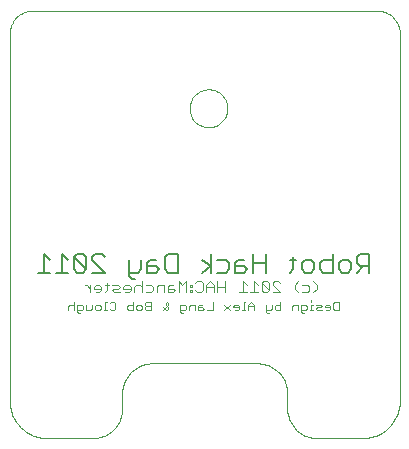
<source format=gbo>
G75*
G70*
%OFA0B0*%
%FSLAX24Y24*%
%IPPOS*%
%LPD*%
%AMOC8*
5,1,8,0,0,1.08239X$1,22.5*
%
%ADD10C,0.0000*%
%ADD11C,0.0030*%
%ADD12C,0.0050*%
D10*
X005161Y006163D02*
X006661Y006163D01*
X006721Y006165D01*
X006782Y006170D01*
X006841Y006179D01*
X006900Y006192D01*
X006959Y006208D01*
X007016Y006228D01*
X007071Y006251D01*
X007126Y006278D01*
X007178Y006307D01*
X007229Y006340D01*
X007278Y006376D01*
X007324Y006414D01*
X007368Y006456D01*
X007410Y006500D01*
X007448Y006546D01*
X007484Y006595D01*
X007517Y006646D01*
X007546Y006698D01*
X007573Y006753D01*
X007596Y006808D01*
X007616Y006865D01*
X007632Y006924D01*
X007645Y006983D01*
X007654Y007042D01*
X007659Y007103D01*
X007661Y007163D01*
X007661Y007663D01*
X007663Y007723D01*
X007668Y007784D01*
X007677Y007843D01*
X007690Y007902D01*
X007706Y007961D01*
X007726Y008018D01*
X007749Y008073D01*
X007776Y008128D01*
X007805Y008180D01*
X007838Y008231D01*
X007874Y008280D01*
X007912Y008326D01*
X007954Y008370D01*
X007998Y008412D01*
X008044Y008450D01*
X008093Y008486D01*
X008144Y008519D01*
X008196Y008548D01*
X008251Y008575D01*
X008306Y008598D01*
X008363Y008618D01*
X008422Y008634D01*
X008481Y008647D01*
X008540Y008656D01*
X008601Y008661D01*
X008661Y008663D01*
X012161Y008663D01*
X012221Y008661D01*
X012282Y008656D01*
X012341Y008647D01*
X012400Y008634D01*
X012459Y008618D01*
X012516Y008598D01*
X012571Y008575D01*
X012626Y008548D01*
X012678Y008519D01*
X012729Y008486D01*
X012778Y008450D01*
X012824Y008412D01*
X012868Y008370D01*
X012910Y008326D01*
X012948Y008280D01*
X012984Y008231D01*
X013017Y008180D01*
X013046Y008128D01*
X013073Y008073D01*
X013096Y008018D01*
X013116Y007961D01*
X013132Y007902D01*
X013145Y007843D01*
X013154Y007784D01*
X013159Y007723D01*
X013161Y007663D01*
X013161Y007163D01*
X013163Y007103D01*
X013168Y007042D01*
X013177Y006983D01*
X013190Y006924D01*
X013206Y006865D01*
X013226Y006808D01*
X013249Y006753D01*
X013276Y006698D01*
X013305Y006646D01*
X013338Y006595D01*
X013374Y006546D01*
X013412Y006500D01*
X013454Y006456D01*
X013498Y006414D01*
X013544Y006376D01*
X013593Y006340D01*
X013644Y006307D01*
X013696Y006278D01*
X013751Y006251D01*
X013806Y006228D01*
X013863Y006208D01*
X013922Y006192D01*
X013981Y006179D01*
X014040Y006170D01*
X014101Y006165D01*
X014161Y006163D01*
X015661Y006163D01*
X015729Y006165D01*
X015796Y006170D01*
X015863Y006179D01*
X015930Y006192D01*
X015995Y006209D01*
X016060Y006228D01*
X016124Y006252D01*
X016186Y006279D01*
X016247Y006309D01*
X016305Y006342D01*
X016362Y006378D01*
X016417Y006418D01*
X016470Y006460D01*
X016521Y006506D01*
X016568Y006553D01*
X016614Y006604D01*
X016656Y006657D01*
X016696Y006712D01*
X016732Y006769D01*
X016765Y006827D01*
X016795Y006888D01*
X016822Y006950D01*
X016846Y007014D01*
X016865Y007079D01*
X016882Y007144D01*
X016895Y007211D01*
X016904Y007278D01*
X016909Y007345D01*
X016911Y007413D01*
X016911Y019663D01*
X016909Y019717D01*
X016903Y019770D01*
X016894Y019822D01*
X016881Y019874D01*
X016864Y019925D01*
X016843Y019975D01*
X016819Y020022D01*
X016792Y020068D01*
X016761Y020112D01*
X016728Y020154D01*
X016691Y020193D01*
X016652Y020230D01*
X016610Y020263D01*
X016566Y020294D01*
X016520Y020321D01*
X016473Y020345D01*
X016423Y020366D01*
X016372Y020383D01*
X016320Y020396D01*
X016268Y020405D01*
X016215Y020411D01*
X016161Y020413D01*
X004661Y020413D01*
X004607Y020411D01*
X004554Y020405D01*
X004502Y020396D01*
X004450Y020383D01*
X004399Y020366D01*
X004349Y020345D01*
X004302Y020321D01*
X004256Y020294D01*
X004212Y020263D01*
X004170Y020230D01*
X004131Y020193D01*
X004094Y020154D01*
X004061Y020112D01*
X004030Y020068D01*
X004003Y020022D01*
X003979Y019975D01*
X003958Y019925D01*
X003941Y019874D01*
X003928Y019822D01*
X003919Y019770D01*
X003913Y019717D01*
X003911Y019663D01*
X003911Y007413D01*
X003913Y007345D01*
X003918Y007278D01*
X003927Y007211D01*
X003940Y007144D01*
X003957Y007079D01*
X003976Y007014D01*
X004000Y006950D01*
X004027Y006888D01*
X004057Y006827D01*
X004090Y006769D01*
X004126Y006712D01*
X004166Y006657D01*
X004208Y006604D01*
X004254Y006553D01*
X004301Y006506D01*
X004352Y006460D01*
X004405Y006418D01*
X004460Y006378D01*
X004517Y006342D01*
X004575Y006309D01*
X004636Y006279D01*
X004698Y006252D01*
X004762Y006228D01*
X004827Y006209D01*
X004892Y006192D01*
X004959Y006179D01*
X005026Y006170D01*
X005093Y006165D01*
X005161Y006163D01*
X009906Y017163D02*
X009908Y017213D01*
X009914Y017263D01*
X009924Y017312D01*
X009938Y017360D01*
X009955Y017407D01*
X009976Y017452D01*
X010001Y017496D01*
X010029Y017537D01*
X010061Y017576D01*
X010095Y017613D01*
X010132Y017647D01*
X010172Y017677D01*
X010214Y017704D01*
X010258Y017728D01*
X010304Y017749D01*
X010351Y017765D01*
X010399Y017778D01*
X010449Y017787D01*
X010498Y017792D01*
X010549Y017793D01*
X010599Y017790D01*
X010648Y017783D01*
X010697Y017772D01*
X010745Y017757D01*
X010791Y017739D01*
X010836Y017717D01*
X010879Y017691D01*
X010920Y017662D01*
X010959Y017630D01*
X010995Y017595D01*
X011027Y017557D01*
X011057Y017517D01*
X011084Y017474D01*
X011107Y017430D01*
X011126Y017384D01*
X011142Y017336D01*
X011154Y017287D01*
X011162Y017238D01*
X011166Y017188D01*
X011166Y017138D01*
X011162Y017088D01*
X011154Y017039D01*
X011142Y016990D01*
X011126Y016942D01*
X011107Y016896D01*
X011084Y016852D01*
X011057Y016809D01*
X011027Y016769D01*
X010995Y016731D01*
X010959Y016696D01*
X010920Y016664D01*
X010879Y016635D01*
X010836Y016609D01*
X010791Y016587D01*
X010745Y016569D01*
X010697Y016554D01*
X010648Y016543D01*
X010599Y016536D01*
X010549Y016533D01*
X010498Y016534D01*
X010449Y016539D01*
X010399Y016548D01*
X010351Y016561D01*
X010304Y016577D01*
X010258Y016598D01*
X010214Y016622D01*
X010172Y016649D01*
X010132Y016679D01*
X010095Y016713D01*
X010061Y016750D01*
X010029Y016789D01*
X010001Y016830D01*
X009976Y016874D01*
X009955Y016919D01*
X009938Y016966D01*
X009924Y017014D01*
X009914Y017063D01*
X009908Y017113D01*
X009906Y017163D01*
D11*
X009788Y011398D02*
X009664Y011275D01*
X009541Y011398D01*
X009541Y011028D01*
X009419Y011090D02*
X009358Y011151D01*
X009172Y011151D01*
X009172Y011213D02*
X009172Y011028D01*
X009358Y011028D01*
X009419Y011090D01*
X009358Y011275D02*
X009234Y011275D01*
X009172Y011213D01*
X009051Y011275D02*
X009051Y011028D01*
X009051Y011275D02*
X008866Y011275D01*
X008804Y011213D01*
X008804Y011028D01*
X008683Y011090D02*
X008621Y011028D01*
X008436Y011028D01*
X008314Y011028D02*
X008314Y011398D01*
X008253Y011275D02*
X008129Y011275D01*
X008067Y011213D01*
X008067Y011028D01*
X007946Y011090D02*
X007946Y011213D01*
X007884Y011275D01*
X007761Y011275D01*
X007699Y011213D01*
X007699Y011151D01*
X007946Y011151D01*
X007946Y011090D02*
X007884Y011028D01*
X007761Y011028D01*
X007578Y011028D02*
X007393Y011028D01*
X007331Y011090D01*
X007393Y011151D01*
X007516Y011151D01*
X007578Y011213D01*
X007516Y011275D01*
X007331Y011275D01*
X007209Y011275D02*
X007086Y011275D01*
X007148Y011337D02*
X007148Y011090D01*
X007086Y011028D01*
X006964Y011090D02*
X006964Y011213D01*
X006902Y011275D01*
X006779Y011275D01*
X006717Y011213D01*
X006717Y011151D01*
X006964Y011151D01*
X006964Y011090D02*
X006902Y011028D01*
X006779Y011028D01*
X006596Y011028D02*
X006596Y011275D01*
X006596Y011151D02*
X006472Y011275D01*
X006410Y011275D01*
X006452Y010621D02*
X006452Y010428D01*
X006597Y010428D01*
X006646Y010476D01*
X006646Y010621D01*
X006747Y010573D02*
X006747Y010476D01*
X006795Y010428D01*
X006892Y010428D01*
X006940Y010476D01*
X006940Y010573D01*
X006892Y010621D01*
X006795Y010621D01*
X006747Y010573D01*
X007040Y010428D02*
X007137Y010428D01*
X007088Y010428D02*
X007088Y010718D01*
X007137Y010718D01*
X007238Y010670D02*
X007286Y010718D01*
X007383Y010718D01*
X007431Y010670D01*
X007431Y010476D01*
X007383Y010428D01*
X007286Y010428D01*
X007238Y010476D01*
X007827Y010476D02*
X007827Y010573D01*
X007876Y010621D01*
X008021Y010621D01*
X008021Y010718D02*
X008021Y010428D01*
X007876Y010428D01*
X007827Y010476D01*
X008122Y010476D02*
X008122Y010573D01*
X008170Y010621D01*
X008267Y010621D01*
X008315Y010573D01*
X008315Y010476D01*
X008267Y010428D01*
X008170Y010428D01*
X008122Y010476D01*
X008417Y010476D02*
X008417Y010525D01*
X008465Y010573D01*
X008610Y010573D01*
X008610Y010428D02*
X008610Y010718D01*
X008465Y010718D01*
X008417Y010670D01*
X008417Y010621D01*
X008465Y010573D01*
X008417Y010476D02*
X008465Y010428D01*
X008610Y010428D01*
X009006Y010428D02*
X009199Y010621D01*
X009199Y010670D01*
X009151Y010718D01*
X009103Y010670D01*
X009103Y010621D01*
X009199Y010525D01*
X009199Y010476D01*
X009151Y010428D01*
X009103Y010428D01*
X009006Y010525D01*
X008683Y011090D02*
X008683Y011213D01*
X008621Y011275D01*
X008436Y011275D01*
X008314Y011213D02*
X008253Y011275D01*
X009595Y010621D02*
X009595Y010380D01*
X009644Y010331D01*
X009692Y010331D01*
X009740Y010428D02*
X009595Y010428D01*
X009740Y010428D02*
X009789Y010476D01*
X009789Y010573D01*
X009740Y010621D01*
X009595Y010621D01*
X009890Y010573D02*
X009890Y010428D01*
X009890Y010573D02*
X009938Y010621D01*
X010083Y010621D01*
X010083Y010428D01*
X010184Y010428D02*
X010330Y010428D01*
X010378Y010476D01*
X010330Y010525D01*
X010184Y010525D01*
X010184Y010573D02*
X010184Y010428D01*
X010184Y010573D02*
X010233Y010621D01*
X010330Y010621D01*
X010479Y010428D02*
X010673Y010428D01*
X010673Y010718D01*
X010708Y011028D02*
X010708Y011275D01*
X010585Y011398D01*
X010461Y011275D01*
X010461Y011028D01*
X010340Y011090D02*
X010278Y011028D01*
X010155Y011028D01*
X010093Y011090D01*
X009972Y011090D02*
X009972Y011028D01*
X009910Y011028D01*
X009910Y011090D01*
X009972Y011090D01*
X009972Y011213D02*
X009972Y011275D01*
X009910Y011275D01*
X009910Y011213D01*
X009972Y011213D01*
X010093Y011337D02*
X010155Y011398D01*
X010278Y011398D01*
X010340Y011337D01*
X010340Y011090D01*
X010461Y011213D02*
X010708Y011213D01*
X010830Y011213D02*
X011077Y011213D01*
X011077Y011028D02*
X011077Y011398D01*
X010830Y011398D02*
X010830Y011028D01*
X011068Y010621D02*
X011262Y010428D01*
X011363Y010525D02*
X011556Y010525D01*
X011556Y010573D02*
X011508Y010621D01*
X011411Y010621D01*
X011363Y010573D01*
X011363Y010525D01*
X011411Y010428D02*
X011508Y010428D01*
X011556Y010476D01*
X011556Y010573D01*
X011656Y010428D02*
X011753Y010428D01*
X011705Y010428D02*
X011705Y010718D01*
X011753Y010718D01*
X011854Y010621D02*
X011854Y010428D01*
X011854Y010573D02*
X012048Y010573D01*
X012048Y010621D02*
X011951Y010718D01*
X011854Y010621D01*
X012048Y010621D02*
X012048Y010428D01*
X012443Y010428D02*
X012589Y010428D01*
X012637Y010476D01*
X012637Y010621D01*
X012738Y010573D02*
X012786Y010621D01*
X012931Y010621D01*
X012931Y010718D02*
X012931Y010428D01*
X012786Y010428D01*
X012738Y010476D01*
X012738Y010573D01*
X012443Y010621D02*
X012443Y010380D01*
X012492Y010331D01*
X012540Y010331D01*
X012488Y011028D02*
X012365Y011028D01*
X012303Y011090D01*
X012303Y011337D01*
X012550Y011090D01*
X012488Y011028D01*
X012550Y011090D02*
X012550Y011337D01*
X012488Y011398D01*
X012365Y011398D01*
X012303Y011337D01*
X012182Y011275D02*
X012058Y011398D01*
X012058Y011028D01*
X011935Y011028D02*
X012182Y011028D01*
X011813Y011028D02*
X011566Y011028D01*
X011690Y011028D02*
X011690Y011398D01*
X011813Y011275D01*
X011262Y010621D02*
X011068Y010428D01*
X009788Y011028D02*
X009788Y011398D01*
X012671Y011337D02*
X012733Y011398D01*
X012856Y011398D01*
X012918Y011337D01*
X012671Y011337D02*
X012671Y011275D01*
X012918Y011028D01*
X012671Y011028D01*
X013327Y010573D02*
X013327Y010428D01*
X013327Y010573D02*
X013376Y010621D01*
X013521Y010621D01*
X013521Y010428D01*
X013622Y010428D02*
X013767Y010428D01*
X013815Y010476D01*
X013815Y010573D01*
X013767Y010621D01*
X013622Y010621D01*
X013622Y010380D01*
X013670Y010331D01*
X013719Y010331D01*
X013915Y010428D02*
X014012Y010428D01*
X013964Y010428D02*
X013964Y010621D01*
X014012Y010621D01*
X014113Y010621D02*
X014258Y010621D01*
X014306Y010573D01*
X014258Y010525D01*
X014161Y010525D01*
X014113Y010476D01*
X014161Y010428D01*
X014306Y010428D01*
X014408Y010525D02*
X014601Y010525D01*
X014601Y010573D02*
X014553Y010621D01*
X014456Y010621D01*
X014408Y010573D01*
X014408Y010525D01*
X014456Y010428D02*
X014553Y010428D01*
X014601Y010476D01*
X014601Y010573D01*
X014702Y010476D02*
X014702Y010670D01*
X014751Y010718D01*
X014896Y010718D01*
X014896Y010428D01*
X014751Y010428D01*
X014702Y010476D01*
X013964Y010718D02*
X013964Y010767D01*
X014022Y011028D02*
X014146Y011151D01*
X014146Y011275D01*
X014022Y011398D01*
X013839Y011275D02*
X013900Y011213D01*
X013900Y011090D01*
X013839Y011028D01*
X013653Y011028D01*
X013532Y011028D02*
X013409Y011151D01*
X013409Y011275D01*
X013532Y011398D01*
X013653Y011275D02*
X013839Y011275D01*
X006351Y010573D02*
X006351Y010476D01*
X006303Y010428D01*
X006158Y010428D01*
X006158Y010380D02*
X006158Y010621D01*
X006303Y010621D01*
X006351Y010573D01*
X006254Y010331D02*
X006206Y010331D01*
X006158Y010380D01*
X006056Y010428D02*
X006056Y010718D01*
X006008Y010621D02*
X005911Y010621D01*
X005863Y010573D01*
X005863Y010428D01*
X006056Y010573D02*
X006008Y010621D01*
D12*
X005859Y011688D02*
X005451Y011688D01*
X005251Y011688D02*
X004844Y011688D01*
X005047Y011688D02*
X005047Y012299D01*
X005251Y012095D01*
X005655Y012299D02*
X005655Y011688D01*
X005859Y012095D02*
X005655Y012299D01*
X006059Y012197D02*
X006059Y011790D01*
X006161Y011688D01*
X006364Y011688D01*
X006466Y011790D01*
X006059Y012197D01*
X006161Y012299D01*
X006364Y012299D01*
X006466Y012197D01*
X006466Y011790D01*
X006667Y011688D02*
X007074Y011688D01*
X006667Y012095D01*
X006667Y012197D01*
X006769Y012299D01*
X006972Y012299D01*
X007074Y012197D01*
X007882Y012095D02*
X007882Y011586D01*
X007984Y011484D01*
X008086Y011484D01*
X008188Y011688D02*
X007882Y011688D01*
X008188Y011688D02*
X008289Y011790D01*
X008289Y012095D01*
X008490Y011993D02*
X008490Y011688D01*
X008795Y011688D01*
X008897Y011790D01*
X008795Y011891D01*
X008490Y011891D01*
X008490Y011993D02*
X008592Y012095D01*
X008795Y012095D01*
X009098Y012197D02*
X009098Y011790D01*
X009200Y011688D01*
X009505Y011688D01*
X009505Y012299D01*
X009200Y012299D01*
X009098Y012197D01*
X010314Y012095D02*
X010619Y011891D01*
X010314Y011688D01*
X010619Y011688D02*
X010619Y012299D01*
X010820Y012095D02*
X011125Y012095D01*
X011227Y011993D01*
X011227Y011790D01*
X011125Y011688D01*
X010820Y011688D01*
X011427Y011688D02*
X011733Y011688D01*
X011834Y011790D01*
X011733Y011891D01*
X011427Y011891D01*
X011427Y011993D02*
X011427Y011688D01*
X011427Y011993D02*
X011529Y012095D01*
X011733Y012095D01*
X012035Y011993D02*
X012442Y011993D01*
X012442Y011688D02*
X012442Y012299D01*
X012035Y012299D02*
X012035Y011688D01*
X013251Y011688D02*
X013353Y011790D01*
X013353Y012197D01*
X013455Y012095D02*
X013251Y012095D01*
X013656Y011993D02*
X013656Y011790D01*
X013757Y011688D01*
X013961Y011688D01*
X014063Y011790D01*
X014063Y011993D01*
X013961Y012095D01*
X013757Y012095D01*
X013656Y011993D01*
X014263Y011993D02*
X014263Y011790D01*
X014365Y011688D01*
X014670Y011688D01*
X014670Y012299D01*
X014670Y012095D02*
X014365Y012095D01*
X014263Y011993D01*
X014871Y011993D02*
X014871Y011790D01*
X014973Y011688D01*
X015176Y011688D01*
X015278Y011790D01*
X015278Y011993D01*
X015176Y012095D01*
X014973Y012095D01*
X014871Y011993D01*
X015479Y011993D02*
X015581Y011891D01*
X015886Y011891D01*
X015886Y011688D02*
X015886Y012299D01*
X015581Y012299D01*
X015479Y012197D01*
X015479Y011993D01*
X015682Y011891D02*
X015479Y011688D01*
M02*

</source>
